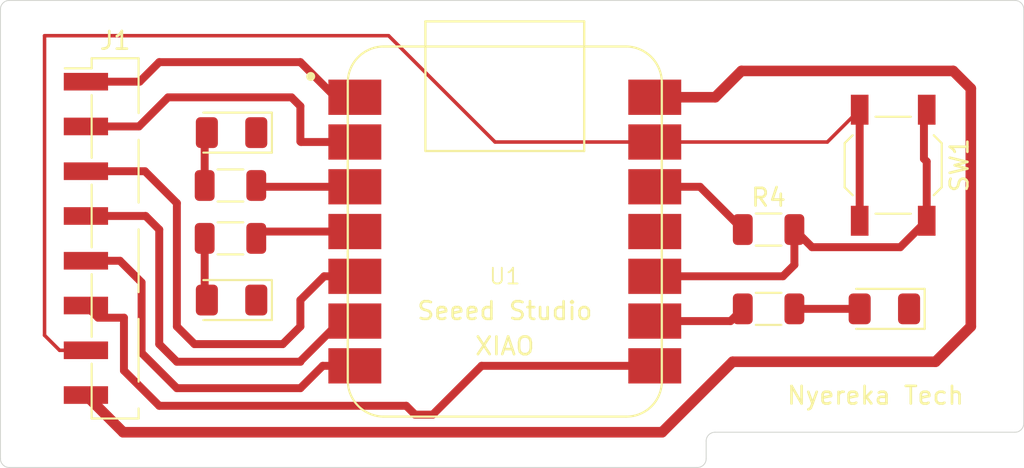
<source format=kicad_pcb>
(kicad_pcb (version 20240108) (generator "pcbnew") (generator_version "8.0")
  (layers (0 "F.Cu" signal) (31 "B.Cu" signal) (34 "B.Paste" user) (35 "F.Paste" user) (36 "B.SilkS" user "B.Silkscreen") (37 "F.SilkS" user "F.Silkscreen") (38 "B.Mask" user) (39 "F.Mask" user) (44 "Edge.Cuts" user))
  (net 0 "")
  (net 1 "Net-(D1-A)")
  (net 4 "Net-(D2-A)")
  (net 5 "Net-(D3-A)")
  (net 7 "Net-(J1-Pin_3)")
  (net 8 "Net-(J1-Pin_5)")
  (net 9 "GND")
  (net 10 "Net-(J1-Pin_1)")
  (net 11 "+5V")
  (net 12 "Net-(J1-Pin_6)")
  (net 13 "Net-(J1-Pin_4)")
  (net 14 "Net-(J1-Pin_2)")
  (net 15 "Net-(U1-PA7_A8_D8_SCK)")
  (net 16 "Net-(U1-PA10_A2_D2)")
  (net 17 "Net-(U1-PA11_A3_D3)")
  (net 18 "Net-(U1-PA5_A9_D9_MISO)")
  (net 19 "Net-(U1-3V3)")
  (footprint "LED_SMD:LED_1206_3216Metric" (layer "F.Cu") (at 150.1 77.5 180)
    (property "Reference" "D1" (hide yes))
    (property "Value" "LED" (hide yes))
    (fp_line (start 1.6 -1.135) (end -2.285 -1.135) (stroke (width 0.12)) (layer "F.SilkS"))
    (fp_line (start -2.285 1.135) (end 1.6 1.135) (stroke (width 0.12)) (layer "F.SilkS"))
    (fp_line (start -2.285 -1.135) (end -2.285 1.135) (stroke (width 0.12)) (layer "F.SilkS"))
    (pad "1" smd roundrect (at -1.4 0 180) (size 1.25 1.75) (layers "F.Cu" "F.Paste" "F.Mask") (roundrect_rratio 0.2))
    (pad "2" smd roundrect (at 1.4 0 180) (size 1.25 1.75) (layers "F.Cu" "F.Paste" "F.Mask") (roundrect_rratio 0.2) (net 1 "Net-(D1-A)"))
  )
  (footprint "XIAO:XIAO-ESP32C3-14P-2.54-21X17.8MM" (layer "F.Cu") (at 128.5865 73.11253)
    (property "Reference" "U1" (at 0 2.54 0) (layer "F.SilkS") (effects (font (size 0.889 0.889) (thickness 0.1016))))
    (property "Value" "Seeed Studio XIAO SAMD21" (hide yes))
    (fp_line (start -8.9 -8.5) (end -8.9 8.5) (stroke (width 0.127)) (layer "F.SilkS"))
    (fp_line (start -6.9 10.5) (end 6.9 10.5) (stroke (width 0.127)) (layer "F.SilkS"))
    (fp_line (start -4.5 -11.92403) (end 4.5 -11.92403) (stroke (width 0.127)) (layer "F.SilkS"))
    (fp_line (start -4.5 -4.57073) (end -4.5 -11.92403) (stroke (width 0.127)) (layer "F.SilkS"))
    (fp_line (start 4.5 -11.92403) (end 4.5 -4.57073) (stroke (width 0.127)) (layer "F.SilkS"))
    (fp_line (start 4.5 -4.57073) (end -4.5 -4.57073) (stroke (width 0.127)) (layer "F.SilkS"))
    (fp_line (start 6.9 -10.49909) (end -6.9 -10.49909) (stroke (width 0.127)) (layer "F.SilkS"))
    (fp_line (start 8.9 8.5) (end 8.9 -8.5) (stroke (width 0.127)) (layer "F.SilkS"))
    (fp_arc (start -8.9 -8.5) (mid -8.301491 -9.901491) (end -6.9 -10.5) (stroke (width 0.12)) (layer "F.SilkS"))
    (fp_arc (start -6.9 10.5) (mid -8.301423 9.901423) (end -8.9 8.5) (stroke (width 0.12)) (layer "F.SilkS"))
    (fp_arc (start 6.9 -10.5) (mid 8.301494 -9.901494) (end 8.9 -8.5) (stroke (width 0.12)) (layer "F.SilkS"))
    (fp_arc (start 8.9 8.5) (mid 8.314214 9.914214) (end 6.9 10.5) (stroke (width 0.12)) (layer "F.SilkS"))
    (fp_circle (center -11 -8.8) (end -11 -9.054) (fill solid) (layer "F.SilkS"))
    (fp_poly (pts (xy -8.887715 -8.561705) (xy -8.884667 -8.610473) (xy -8.880603 -8.659494)) (stroke (width 0.0254)) (fill none) (layer "F.SilkS"))
    (fp_poly (pts (xy 8.889492 8.521574) (xy 8.887713 8.57085) (xy 8.884665 8.619618) (xy 8.880601 8.668639) (xy 8.875268 8.717407) (xy 8.868664 8.766175) (xy 8.861044 8.81469) (xy 8.852153 8.86295) (xy 8.842248 8.910955)) (stroke (width 0.0254)) (fill none) (layer "F.SilkS"))
    (fp_text user "Seeed Studio" (at 0 4.5 0) (layer "F.SilkS"))
    (fp_text user "XIAO" (at 0 6.5 0) (layer "F.SilkS"))
    (pad "1" smd rect (at -8.5 -7.62) (size 3 2) (layers "F.Cu" "F.Paste" "F.Mask") (net 10 "Net-(J1-Pin_1)"))
    (pad "2" smd rect (at -8.5 -5.08) (size 3 2) (layers "F.Cu" "F.Paste" "F.Mask") (net 14 "Net-(J1-Pin_2)"))
    (pad "3" smd rect (at -8.5 -2.54) (size 3 2) (layers "F.Cu" "F.Paste" "F.Mask") (net 16 "Net-(U1-PA10_A2_D2)"))
    (pad "4" smd rect (at -8.5 0) (size 3 2) (layers "F.Cu" "F.Paste" "F.Mask") (net 17 "Net-(U1-PA11_A3_D3)"))
    (pad "5" smd rect (at -8.5 2.54) (size 3 2) (layers "F.Cu" "F.Paste" "F.Mask") (net 7 "Net-(J1-Pin_3)"))
    (pad "6" smd rect (at -8.5 5.08 180) (size 3 2) (layers "F.Cu" "F.Paste" "F.Mask") (net 13 "Net-(J1-Pin_4)"))
    (pad "7" smd rect (at -8.5 7.62) (size 3 2) (layers "F.Cu" "F.Paste" "F.Mask") (net 8 "Net-(J1-Pin_5)"))
    (pad "8" smd rect (at 8.5 7.62) (size 3 2) (layers "F.Cu" "F.Paste" "F.Mask") (net 12 "Net-(J1-Pin_6)"))
    (pad "9" smd rect (at 8.5 5.08) (size 3 2) (layers "F.Cu" "F.Paste" "F.Mask") (net 15 "Net-(U1-PA7_A8_D8_SCK)"))
    (pad "10" smd rect (at 8.5 2.54) (size 3 2) (layers "F.Cu" "F.Paste" "F.Mask") (net 18 "Net-(U1-PA5_A9_D9_MISO)"))
    (pad "11" smd rect (at 8.5 0) (size 3 2) (layers "F.Cu" "F.Paste" "F.Mask"))
    (pad "12" smd rect (at 8.5 -2.54) (size 3 2) (layers "F.Cu" "F.Paste" "F.Mask") (net 19 "Net-(U1-3V3)"))
    (pad "13" smd rect (at 8.5 -5.08) (size 3 2) (layers "F.Cu" "F.Paste" "F.Mask") (net 9 "GND"))
    (pad "14" smd rect (at 8.5 -7.62) (size 3 2) (layers "F.Cu" "F.Paste" "F.Mask") (net 11 "+5V"))
  )
  (footprint "Connector_PinHeader_2.54mm:PinHeader_1x08_P2.54mm_Vertical_SMD_Pin1Left" (layer "F.Cu") (at 106.5 73.5)
    (property "Reference" "J1" (at 0 -11.22 0) (layer "F.SilkS"))
    (property "Value" "Conn_01x08_Pin" (hide yes))
    (fp_line (start -1.33 -10.22) (end -1.33 -9.65) (stroke (width 0.12)) (layer "F.SilkS"))
    (fp_line (start -1.33 -10.22) (end 1.33 -10.22) (stroke (width 0.12)) (layer "F.SilkS"))
    (fp_line (start -1.33 -9.65) (end -2.85 -9.65) (stroke (width 0.12)) (layer "F.SilkS"))
    (fp_line (start -1.33 -8.13) (end -1.33 -4.57) (stroke (width 0.12)) (layer "F.SilkS"))
    (fp_line (start -1.33 -3.05) (end -1.33 0.51) (stroke (width 0.12)) (layer "F.SilkS"))
    (fp_line (start -1.33 2.03) (end -1.33 5.59) (stroke (width 0.12)) (layer "F.SilkS"))
    (fp_line (start -1.33 7.11) (end -1.33 10.22) (stroke (width 0.12)) (layer "F.SilkS"))
    (fp_line (start -1.33 10.22) (end 1.33 10.22) (stroke (width 0.12)) (layer "F.SilkS"))
    (fp_line (start 1.33 -10.22) (end 1.33 -7.11) (stroke (width 0.12)) (layer "F.SilkS"))
    (fp_line (start 1.33 -5.59) (end 1.33 -2.03) (stroke (width 0.12)) (layer "F.SilkS"))
    (fp_line (start 1.33 -0.51) (end 1.33 3.05) (stroke (width 0.12)) (layer "F.SilkS"))
    (fp_line (start 1.33 4.57) (end 1.33 8.13) (stroke (width 0.12)) (layer "F.SilkS"))
    (fp_line (start 1.33 9.65) (end 1.33 10.22) (stroke (width 0.12)) (layer "F.SilkS"))
    (pad "1" smd rect (at -1.655 -8.89) (size 2.51 1) (layers "F.Cu" "F.Paste" "F.Mask") (net 10 "Net-(J1-Pin_1)"))
    (pad "2" smd rect (at -1.655 -6.35) (size 2.51 1) (layers "F.Cu" "F.Paste" "F.Mask") (net 14 "Net-(J1-Pin_2)"))
    (pad "3" smd rect (at -1.655 -3.81) (size 2.51 1) (layers "F.Cu" "F.Paste" "F.Mask") (net 7 "Net-(J1-Pin_3)"))
    (pad "4" smd rect (at -1.655 -1.27) (size 2.51 1) (layers "F.Cu" "F.Paste" "F.Mask") (net 13 "Net-(J1-Pin_4)"))
    (pad "5" smd rect (at -1.655 1.27) (size 2.51 1) (layers "F.Cu" "F.Paste" "F.Mask") (net 8 "Net-(J1-Pin_5)"))
    (pad "6" smd rect (at -1.655 3.81) (size 2.51 1) (layers "F.Cu" "F.Paste" "F.Mask") (net 12 "Net-(J1-Pin_6)"))
    (pad "7" smd rect (at -1.655 6.35) (size 2.51 1) (layers "F.Cu" "F.Paste" "F.Mask") (net 9 "GND"))
    (pad "8" smd rect (at -1.655 8.89) (size 2.51 1) (layers "F.Cu" "F.Paste" "F.Mask") (net 11 "+5V"))
  )
  (footprint "Button_Switch_SMD:SW_SPST_TL3342" (layer "F.Cu") (at 150.6 69.35 -90)
    (property "Reference" "SW1" (at 0 -3.75 90) (layer "F.SilkS"))
    (property "Value" "SW_Push")
    (fp_line (start -1.25 2.75) (end 1.25 2.75) (stroke (width 0.12)) (layer "F.SilkS"))
    (fp_line (start -1.7 2.3) (end -1.25 2.75) (stroke (width 0.12)) (layer "F.SilkS"))
    (fp_line (start 1.7 2.3) (end 1.25 2.75) (stroke (width 0.12)) (layer "F.SilkS"))
    (fp_line (start -2.75 -1) (end -2.75 1) (stroke (width 0.12)) (layer "F.SilkS"))
    (fp_line (start 2.75 -1) (end 2.75 1) (stroke (width 0.12)) (layer "F.SilkS"))
    (fp_line (start -1.7 -2.3) (end -1.25 -2.75) (stroke (width 0.12)) (layer "F.SilkS"))
    (fp_line (start 1.7 -2.3) (end 1.25 -2.75) (stroke (width 0.12)) (layer "F.SilkS"))
    (fp_line (start -1.25 -2.75) (end 1.25 -2.75) (stroke (width 0.12)) (layer "F.SilkS"))
    (pad "1" smd rect (at -3.15 -1.9 270) (size 1.7 1) (layers "F.Cu" "F.Paste" "F.Mask") (net 18 "Net-(U1-PA5_A9_D9_MISO)"))
    (pad "1" smd rect (at 3.15 -1.9 270) (size 1.7 1) (layers "F.Cu" "F.Paste" "F.Mask") (net 18 "Net-(U1-PA5_A9_D9_MISO)"))
    (pad "2" smd rect (at -3.15 1.9 270) (size 1.7 1) (layers "F.Cu" "F.Paste" "F.Mask") (net 9 "GND"))
    (pad "2" smd rect (at 3.15 1.9 270) (size 1.7 1) (layers "F.Cu" "F.Paste" "F.Mask") (net 9 "GND"))
  )
  (footprint "Resistor_SMD:R_1206_3216Metric" (layer "F.Cu") (at 143.5375 73)
    (property "Reference" "R4" (at 0 -1.82 0) (layer "F.SilkS"))
    (property "Value" "R_Small")
    (fp_line (start -0.727064 -0.91) (end 0.727064 -0.91) (stroke (width 0.12)) (layer "F.SilkS"))
    (fp_line (start -0.727064 0.91) (end 0.727064 0.91) (stroke (width 0.12)) (layer "F.SilkS"))
    (pad "1" smd roundrect (at -1.4625 0) (size 1.125 1.75) (layers "F.Cu" "F.Paste" "F.Mask") (roundrect_rratio 0.222222) (net 19 "Net-(U1-3V3)"))
    (pad "2" smd roundrect (at 1.4625 0) (size 1.125 1.75) (layers "F.Cu" "F.Paste" "F.Mask") (roundrect_rratio 0.222222) (net 18 "Net-(U1-PA5_A9_D9_MISO)"))
  )
  (footprint "Resistor_SMD:R_1206_3216Metric" (layer "F.Cu") (at 113.0375 73.5 180)
    (property "Reference" "R3" (hide yes))
    (property "Value" "R_Small" (hide yes))
    (fp_line (start -0.727064 0.91) (end 0.727064 0.91) (stroke (width 0.12)) (layer "F.SilkS"))
    (fp_line (start -0.727064 -0.91) (end 0.727064 -0.91) (stroke (width 0.12)) (layer "F.SilkS"))
    (pad "1" smd roundrect (at -1.4625 0 180) (size 1.125 1.75) (layers "F.Cu" "F.Paste" "F.Mask") (roundrect_rratio 0.222222) (net 17 "Net-(U1-PA11_A3_D3)"))
    (pad "2" smd roundrect (at 1.4625 0 180) (size 1.125 1.75) (layers "F.Cu" "F.Paste" "F.Mask") (roundrect_rratio 0.222222) (net 5 "Net-(D3-A)"))
  )
  (footprint "Resistor_SMD:R_1206_3216Metric" (layer "F.Cu") (at 143.5375 77.5)
    (property "Reference" "R1" (hide yes))
    (property "Value" "R_Small" (hide yes))
    (fp_line (start -0.727064 -0.91) (end 0.727064 -0.91) (stroke (width 0.12)) (layer "F.SilkS"))
    (fp_line (start -0.727064 0.91) (end 0.727064 0.91) (stroke (width 0.12)) (layer "F.SilkS"))
    (pad "1" smd roundrect (at -1.4625 0) (size 1.125 1.75) (layers "F.Cu" "F.Paste" "F.Mask") (roundrect_rratio 0.222222) (net 15 "Net-(U1-PA7_A8_D8_SCK)"))
    (pad "2" smd roundrect (at 1.4625 0) (size 1.125 1.75) (layers "F.Cu" "F.Paste" "F.Mask") (roundrect_rratio 0.222222) (net 1 "Net-(D1-A)"))
  )
  (footprint "LED_SMD:LED_1206_3216Metric" (layer "F.Cu") (at 113.1 67.5 180)
    (property "Reference" "D2" (hide yes))
    (property "Value" "LED" (hide yes))
    (fp_line (start 1.6 -1.135) (end -2.285 -1.135) (stroke (width 0.12)) (layer "F.SilkS"))
    (fp_line (start -2.285 1.135) (end 1.6 1.135) (stroke (width 0.12)) (layer "F.SilkS"))
    (fp_line (start -2.285 -1.135) (end -2.285 1.135) (stroke (width 0.12)) (layer "F.SilkS"))
    (pad "1" smd roundrect (at -1.4 0 180) (size 1.25 1.75) (layers "F.Cu" "F.Paste" "F.Mask") (roundrect_rratio 0.2))
    (pad "2" smd roundrect (at 1.4 0 180) (size 1.25 1.75) (layers "F.Cu" "F.Paste" "F.Mask") (roundrect_rratio 0.2) (net 4 "Net-(D2-A)"))
  )
  (footprint "Resistor_SMD:R_1206_3216Metric" (layer "F.Cu") (at 113.0375 70.5 180)
    (property "Reference" "R2" (hide yes))
    (property "Value" "R_Small" (hide yes))
    (fp_line (start -0.727064 0.91) (end 0.727064 0.91) (stroke (width 0.12)) (layer "F.SilkS"))
    (fp_line (start -0.727064 -0.91) (end 0.727064 -0.91) (stroke (width 0.12)) (layer "F.SilkS"))
    (pad "1" smd roundrect (at -1.4625 0 180) (size 1.125 1.75) (layers "F.Cu" "F.Paste" "F.Mask") (roundrect_rratio 0.222222) (net 16 "Net-(U1-PA10_A2_D2)"))
    (pad "2" smd roundrect (at 1.4625 0 180) (size 1.125 1.75) (layers "F.Cu" "F.Paste" "F.Mask") (roundrect_rratio 0.222222) (net 4 "Net-(D2-A)"))
  )
  (footprint "LED_SMD:LED_1206_3216Metric" (layer "F.Cu") (at 113.1 77 180)
    (property "Reference" "D3" (hide yes))
    (property "Value" "LED" (hide yes))
    (fp_line (start 1.6 -1.135) (end -2.285 -1.135) (stroke (width 0.12)) (layer "F.SilkS"))
    (fp_line (start -2.285 1.135) (end 1.6 1.135) (stroke (width 0.12)) (layer "F.SilkS"))
    (fp_line (start -2.285 -1.135) (end -2.285 1.135) (stroke (width 0.12)) (layer "F.SilkS"))
    (pad "1" smd roundrect (at -1.4 0 180) (size 1.25 1.75) (layers "F.Cu" "F.Paste" "F.Mask") (roundrect_rratio 0.2))
    (pad "2" smd roundrect (at 1.4 0 180) (size 1.25 1.75) (layers "F.Cu" "F.Paste" "F.Mask") (roundrect_rratio 0.2) (net 5 "Net-(D3-A)"))
  )
  (gr_arc (start 140 85) (mid 140.146447 84.646447) (end 140.5 84.5) (stroke (width 0.05)) (layer "Edge.Cuts"))
  (gr_arc (start 140 86) (mid 139.853553 86.353553) (end 139.5 86.5) (stroke (width 0.05)) (layer "Edge.Cuts"))
  (gr_line (start 158 84) (end 158 60.5) (stroke (width 0.05)) (layer "Edge.Cuts"))
  (gr_line (start 100.5 86.5) (end 139.5 86.5) (stroke (width 0.05)) (layer "Edge.Cuts"))
  (gr_line (start 157.5 60) (end 100.5 60) (stroke (width 0.05)) (layer "Edge.Cuts"))
  (gr_line (start 140 86) (end 140 85) (stroke (width 0.05)) (layer "Edge.Cuts"))
  (gr_arc (start 100.5 86.5) (mid 100.146447 86.353553) (end 100 86) (stroke (width 0.05)) (layer "Edge.Cuts"))
  (gr_line (start 100 60.5) (end 100 86) (stroke (width 0.05)) (layer "Edge.Cuts"))
  (gr_arc (start 158 84) (mid 157.853553 84.353553) (end 157.5 84.5) (stroke (width 0.05)) (layer "Edge.Cuts"))
  (gr_arc (start 157.5 60) (mid 157.853553 60.146447) (end 158 60.5) (stroke (width 0.05)) (layer "Edge.Cuts"))
  (gr_arc (start 100 60.5) (mid 100.146447 60.146447) (end 100.5 60) (stroke (width 0.05)) (layer "Edge.Cuts"))
  (gr_line (start 140.5 84.5) (end 157.5 84.5) (stroke (width 0.05)) (layer "Edge.Cuts"))
  (gr_text "Nyereka Tech" (at 144.5 83 0) (layer "F.SilkS") (effects (font (size 1 1)) (justify left bottom)))
  (segment (start 145 77.5) (end 148.7 77.5) (width 0.45) (layer "F.Cu") (net 1))
  (segment (start 111.575 70.5) (end 111.575 67.625) (width 0.45) (layer "F.Cu") (net 4))
  (segment (start 111.575 67.625) (end 111.7 67.5) (width 0.45) (layer "F.Cu") (net 4))
  (segment (start 111.575 73.5) (end 111.575 76.875) (width 0.45) (layer "F.Cu") (net 5))
  (segment (start 111.575 76.875) (end 111.7 77) (width 0.45) (layer "F.Cu") (net 5))
  (segment (start 120.0865 75.65253) (end 118.34747 75.65253) (width 0.45) (layer "F.Cu") (net 7))
  (segment (start 108.19 69.69) (end 104.845 69.69) (width 0.45) (layer "F.Cu") (net 7))
  (segment (start 111 79.5) (end 110 78.5) (width 0.45) (layer "F.Cu") (net 7))
  (segment (start 117 77) (end 117 78.5) (width 0.45) (layer "F.Cu") (net 7))
  (segment (start 116 79.5) (end 111 79.5) (width 0.45) (layer "F.Cu") (net 7))
  (segment (start 117 78.5) (end 116 79.5) (width 0.45) (layer "F.Cu") (net 7))
  (segment (start 118.34747 75.65253) (end 117 77) (width 0.45) (layer "F.Cu") (net 7))
  (segment (start 110 71.5) (end 108.19 69.69) (width 0.45) (layer "F.Cu") (net 7))
  (segment (start 110 78.5) (end 110 71.5) (width 0.45) (layer "F.Cu") (net 7))
  (segment (start 106.77 74.77) (end 104.845 74.77) (width 0.45) (layer "F.Cu") (net 8))
  (segment (start 120.0865 80.73253) (end 118.26747 80.73253) (width 0.45) (layer "F.Cu") (net 8))
  (segment (start 108 76) (end 106.77 74.77) (width 0.45) (layer "F.Cu") (net 8))
  (segment (start 118.26747 80.73253) (end 117 82) (width 0.45) (layer "F.Cu") (net 8))
  (segment (start 117 82) (end 110 82) (width 0.45) (layer "F.Cu") (net 8))
  (segment (start 110 82) (end 108 80) (width 0.45) (layer "F.Cu") (net 8))
  (segment (start 108 80) (end 108 76) (width 0.45) (layer "F.Cu") (net 8))
  (segment (start 102.5 62) (end 102.5 79) (width 0.2) (layer "F.Cu") (net 9))
  (segment (start 146.86747 68.03253) (end 148.7 66.2) (width 0.2) (layer "F.Cu") (net 9))
  (segment (start 128.03253 68.03253) (end 122 62) (width 0.2) (layer "F.Cu") (net 9))
  (segment (start 102.5 79) (end 103.35 79.85) (width 0.2) (layer "F.Cu") (net 9))
  (segment (start 137.0865 68.03253) (end 128.03253 68.03253) (width 0.2) (layer "F.Cu") (net 9))
  (segment (start 137.0865 68.03253) (end 146.86747 68.03253) (width 0.2) (layer "F.Cu") (net 9))
  (segment (start 148.7 72.5) (end 148.7 66.2) (width 0.45) (layer "F.Cu") (net 9))
  (segment (start 122 62) (end 102.5 62) (width 0.2) (layer "F.Cu") (net 9))
  (segment (start 103.35 79.85) (end 104.845 79.85) (width 0.2) (layer "F.Cu") (net 9))
  (segment (start 109 63.5) (end 107.89 64.61) (width 0.45) (layer "F.Cu") (net 10))
  (segment (start 118.99253 65.49253) (end 117 63.5) (width 0.45) (layer "F.Cu") (net 10))
  (segment (start 117 63.5) (end 109 63.5) (width 0.45) (layer "F.Cu") (net 10))
  (segment (start 120.0865 65.49253) (end 118.99253 65.49253) (width 0.45) (layer "F.Cu") (net 10))
  (segment (start 107.89 64.61) (end 104.845 64.61) (width 0.45) (layer "F.Cu") (net 10))
  (segment (start 154 64) (end 155 65) (width 0.6) (layer "F.Cu") (net 11))
  (segment (start 153 80.5) (end 141.5 80.5) (width 0.6) (layer "F.Cu") (net 11))
  (segment (start 141.5 80.5) (end 137.5 84.5) (width 0.6) (layer "F.Cu") (net 11))
  (segment (start 140.50747 65.49253) (end 142 64) (width 0.6) (layer "F.Cu") (net 11))
  (segment (start 142 64) (end 154 64) (width 0.6) (layer "F.Cu") (net 11))
  (segment (start 137.0865 65.49253) (end 140.50747 65.49253) (width 0.6) (layer "F.Cu") (net 11))
  (segment (start 155 78.5) (end 153 80.5) (width 0.6) (layer "F.Cu") (net 11))
  (segment (start 106.955 84.5) (end 104.845 82.39) (width 0.6) (layer "F.Cu") (net 11))
  (segment (start 137.5 84.5) (end 106.955 84.5) (width 0.6) (layer "F.Cu") (net 11))
  (segment (start 155 65) (end 155 78.5) (width 0.6) (layer "F.Cu") (net 11))
  (segment (start 107 78) (end 105.535 78) (width 0.45) (layer "F.Cu") (net 12))
  (segment (start 127.26747 80.73253) (end 124.5 83.5) (width 0.45) (layer "F.Cu") (net 12))
  (segment (start 109 83) (end 107 81) (width 0.45) (layer "F.Cu") (net 12))
  (segment (start 123 83) (end 109 83) (width 0.45) (layer "F.Cu") (net 12))
  (segment (start 105.535 78) (end 104.845 77.31) (width 0.45) (layer "F.Cu") (net 12))
  (segment (start 137.0865 80.73253) (end 127.26747 80.73253) (width 0.45) (layer "F.Cu") (net 12))
  (segment (start 123.5 83.5) (end 123 83) (width 0.45) (layer "F.Cu") (net 12))
  (segment (start 107 81) (end 107 78) (width 0.45) (layer "F.Cu") (net 12))
  (segment (start 124.5 83.5) (end 123.5 83.5) (width 0.45) (layer "F.Cu") (net 12))
  (segment (start 117 80.46903) (end 117 80.5) (width 0.45) (layer "F.Cu") (net 13))
  (segment (start 119.2765 78.19253) (end 117 80.46903) (width 0.45) (layer "F.Cu") (net 13))
  (segment (start 108.23 72.23) (end 104.845 72.23) (width 0.45) (layer "F.Cu") (net 13))
  (segment (start 117 80.5) (end 110 80.5) (width 0.45) (layer "F.Cu") (net 13))
  (segment (start 120.0865 78.19253) (end 119.2765 78.19253) (width 0.45) (layer "F.Cu") (net 13))
  (segment (start 110 80.5) (end 109 79.5) (width 0.45) (layer "F.Cu") (net 13))
  (segment (start 109 73) (end 108.23 72.23) (width 0.45) (layer "F.Cu") (net 13))
  (segment (start 109 79.5) (end 109 73) (width 0.45) (layer "F.Cu") (net 13))
  (segment (start 120.0865 68.03253) (end 117.03253 68.03253) (width 0.45) (layer "F.Cu") (net 14))
  (segment (start 107.85 67.15) (end 104.845 67.15) (width 0.45) (layer "F.Cu") (net 14))
  (segment (start 109.5 65.5) (end 107.85 67.15) (width 0.45) (layer "F.Cu") (net 14))
  (segment (start 117 66) (end 116.5 65.5) (width 0.45) (layer "F.Cu") (net 14))
  (segment (start 117 68) (end 117 66) (width 0.45) (layer "F.Cu") (net 14))
  (segment (start 117.03253 68.03253) (end 117 68) (width 0.45) (layer "F.Cu") (net 14))
  (segment (start 116.5 65.5) (end 109.5 65.5) (width 0.45) (layer "F.Cu") (net 14))
  (segment (start 137.0865 78.19253) (end 141.38247 78.19253) (width 0.45) (layer "F.Cu") (net 15))
  (segment (start 141.38247 78.19253) (end 142.075 77.5) (width 0.45) (layer "F.Cu") (net 15))
  (segment (start 120.0865 70.57253) (end 114.57253 70.57253) (width 0.45) (layer "F.Cu") (net 16))
  (segment (start 114.57253 70.57253) (end 114.5 70.5) (width 0.45) (layer "F.Cu") (net 16))
  (segment (start 114.88747 73.11253) (end 114.5 73.5) (width 0.45) (layer "F.Cu") (net 17))
  (segment (start 120.0865 73.11253) (end 114.88747 73.11253) (width 0.45) (layer "F.Cu") (net 17))
  (segment (start 152.34247 68.984932) (end 152.34247 66.35753) (width 0.45) (layer "F.Cu") (net 18))
  (segment (start 137.0865 75.65253) (end 144.34747 75.65253) (width 0.45) (layer "F.Cu") (net 18))
  (segment (start 145 75) (end 145 73) (width 0.45) (layer "F.Cu") (net 18))
  (segment (start 151 74) (end 152.5 72.5) (width 0.45) (layer "F.Cu") (net 18))
  (segment (start 146 74) (end 151 74) (width 0.45) (layer "F.Cu") (net 18))
  (segment (start 152.5 72.5) (end 152.5 69.142462) (width 0.45) (layer "F.Cu") (net 18))
  (segment (start 144.34747 75.65253) (end 145 75) (width 0.45) (layer "F.Cu") (net 18))
  (segment (start 152.34247 66.35753) (end 152.5 66.2) (width 0.45) (layer "F.Cu") (net 18))
  (segment (start 145 73) (end 146 74) (width 0.45) (layer "F.Cu") (net 18))
  (segment (start 152.5 69.142462) (end 152.34247 68.984932) (width 0.45) (layer "F.Cu") (net 18))
  (segment (start 142.075 73) (end 139.64753 70.57253) (width 0.45) (layer "F.Cu") (net 19))
  (segment (start 139.64753 70.57253) (end 137.0865 70.57253) (width 0.45) (layer "F.Cu") (net 19))
)
</source>
